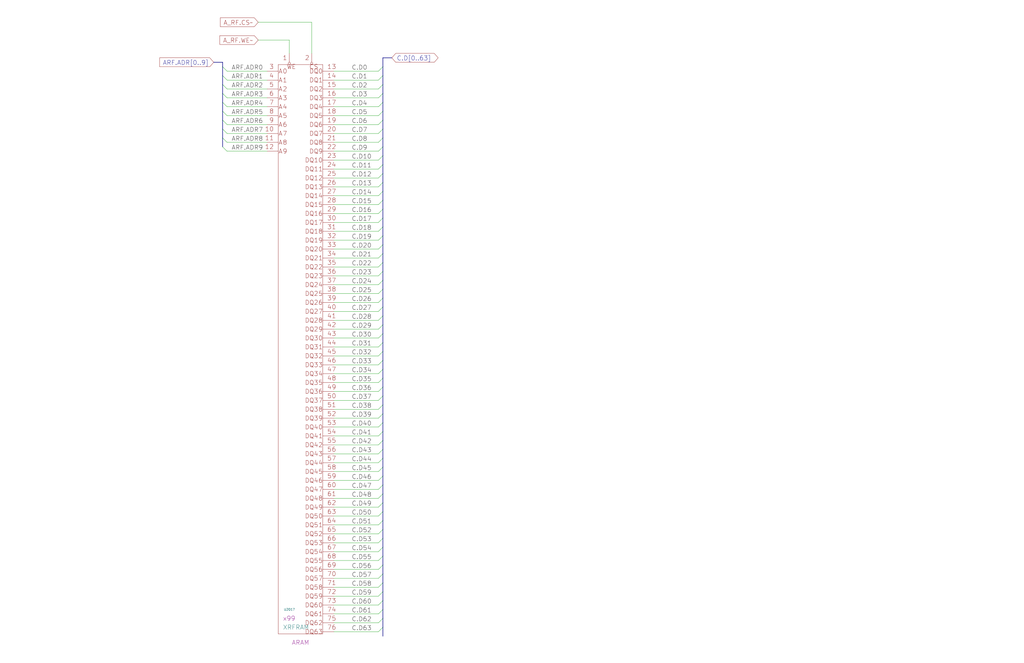
<source format=kicad_sch>
(kicad_sch (version 20211123) (generator eeschema)
  (paper "User" 584.2 378.46)
  (title_block (title "REGISTER FILE A\\nRAM ARRAY") (date "22-MAR-90") (rev "1.0") (comment 1 "VALUE") (comment 2 "232-003063") (comment 3 "S400") (comment 4 "RELEASED"))
  (lib_symbols
    (symbol "r1000:XRFRAM" (pin_numbers hide) (pin_names (offset 1.016) hide)
      (property "Reference" "U" (at 2.54 5.08 0))
      (property "Value" "XRFRAM" (at -1.27 -5.08 0))
      (property "Location" "___" (at -1.27 0 0))
      (property "Name" "______" (at 8.89 -15.24 0))
      (symbol "XRFRAM_1_1"
        (rectangle (start -3.81 316.23) (end 21.59 -8.89))
        (circle (center 2.54 316.865) (radius 0.635))
        (circle (center 15.24 316.865) (radius 0.635))
        (text "0" (at -7.62 279.4 0) (effects (font (size 2.54 2.54))))
        (text "0" (at 0 312.42 0) (effects (font (size 2.54 2.54))))
        (text "0" (at 20.32 7.62 0) (effects (font (size 2.54 2.54))))
        (text "0" (at 20.32 58.42 0) (effects (font (size 2.54 2.54))))
        (text "0" (at 20.32 109.22 0) (effects (font (size 2.54 2.54))))
        (text "0" (at 20.32 160.02 0) (effects (font (size 2.54 2.54))))
        (text "0" (at 20.32 210.82 0) (effects (font (size 2.54 2.54))))
        (text "0" (at 20.32 261.62 0) (effects (font (size 2.54 2.54))))
        (text "0" (at 20.32 312.42 0) (effects (font (size 2.54 2.54))))
        (text "0" (at 27.94 25.4 0) (effects (font (size 2.54 2.54))))
        (text "0" (at 27.94 76.2 0) (effects (font (size 2.54 2.54))))
        (text "0" (at 27.94 127 0) (effects (font (size 2.54 2.54))))
        (text "0" (at 27.94 177.8 0) (effects (font (size 2.54 2.54))))
        (text "0" (at 27.94 228.6 0) (effects (font (size 2.54 2.54))))
        (text "0" (at 27.94 279.4 0) (effects (font (size 2.54 2.54))))
        (text "1" (at -10.16 269.24 0) (effects (font (size 2.54 2.54))))
        (text "1" (at -10.16 274.32 0) (effects (font (size 2.54 2.54))))
        (text "1" (at -10.16 279.4 0) (effects (font (size 2.54 2.54))))
        (text "1" (at -7.62 274.32 0) (effects (font (size 2.54 2.54))))
        (text "1" (at 0 307.34 0) (effects (font (size 2.54 2.54))))
        (text "1" (at 0 320.04 0) (effects (font (size 2.54 2.54))))
        (text "1" (at 17.78 215.9 0) (effects (font (size 2.54 2.54))))
        (text "1" (at 17.78 220.98 0) (effects (font (size 2.54 2.54))))
        (text "1" (at 17.78 226.06 0) (effects (font (size 2.54 2.54))))
        (text "1" (at 17.78 231.14 0) (effects (font (size 2.54 2.54))))
        (text "1" (at 17.78 236.22 0) (effects (font (size 2.54 2.54))))
        (text "1" (at 17.78 241.3 0) (effects (font (size 2.54 2.54))))
        (text "1" (at 17.78 246.38 0) (effects (font (size 2.54 2.54))))
        (text "1" (at 17.78 251.46 0) (effects (font (size 2.54 2.54))))
        (text "1" (at 17.78 256.54 0) (effects (font (size 2.54 2.54))))
        (text "1" (at 17.78 261.62 0) (effects (font (size 2.54 2.54))))
        (text "1" (at 20.32 2.54 0) (effects (font (size 2.54 2.54))))
        (text "1" (at 20.32 53.34 0) (effects (font (size 2.54 2.54))))
        (text "1" (at 20.32 104.14 0) (effects (font (size 2.54 2.54))))
        (text "1" (at 20.32 154.94 0) (effects (font (size 2.54 2.54))))
        (text "1" (at 20.32 205.74 0) (effects (font (size 2.54 2.54))))
        (text "1" (at 20.32 256.54 0) (effects (font (size 2.54 2.54))))
        (text "1" (at 20.32 307.34 0) (effects (font (size 2.54 2.54))))
        (text "1" (at 25.4 284.48 0) (effects (font (size 2.54 2.54))))
        (text "1" (at 25.4 289.56 0) (effects (font (size 2.54 2.54))))
        (text "1" (at 25.4 294.64 0) (effects (font (size 2.54 2.54))))
        (text "1" (at 25.4 299.72 0) (effects (font (size 2.54 2.54))))
        (text "1" (at 25.4 304.8 0) (effects (font (size 2.54 2.54))))
        (text "1" (at 25.4 309.88 0) (effects (font (size 2.54 2.54))))
        (text "1" (at 25.4 314.96 0) (effects (font (size 2.54 2.54))))
        (text "1" (at 27.94 20.32 0) (effects (font (size 2.54 2.54))))
        (text "1" (at 27.94 71.12 0) (effects (font (size 2.54 2.54))))
        (text "1" (at 27.94 121.92 0) (effects (font (size 2.54 2.54))))
        (text "1" (at 27.94 172.72 0) (effects (font (size 2.54 2.54))))
        (text "1" (at 27.94 223.52 0) (effects (font (size 2.54 2.54))))
        (text "1" (at 27.94 274.32 0) (effects (font (size 2.54 2.54))))
        (text "2" (at -7.62 269.24 0) (effects (font (size 2.54 2.54))))
        (text "2" (at 0 302.26 0) (effects (font (size 2.54 2.54))))
        (text "2" (at 12.7 320.04 0) (effects (font (size 2.54 2.54))))
        (text "2" (at 17.78 165.1 0) (effects (font (size 2.54 2.54))))
        (text "2" (at 17.78 170.18 0) (effects (font (size 2.54 2.54))))
        (text "2" (at 17.78 175.26 0) (effects (font (size 2.54 2.54))))
        (text "2" (at 17.78 180.34 0) (effects (font (size 2.54 2.54))))
        (text "2" (at 17.78 185.42 0) (effects (font (size 2.54 2.54))))
        (text "2" (at 17.78 190.5 0) (effects (font (size 2.54 2.54))))
        (text "2" (at 17.78 195.58 0) (effects (font (size 2.54 2.54))))
        (text "2" (at 17.78 200.66 0) (effects (font (size 2.54 2.54))))
        (text "2" (at 17.78 205.74 0) (effects (font (size 2.54 2.54))))
        (text "2" (at 17.78 210.82 0) (effects (font (size 2.54 2.54))))
        (text "2" (at 20.32 -2.54 0) (effects (font (size 2.54 2.54))))
        (text "2" (at 20.32 48.26 0) (effects (font (size 2.54 2.54))))
        (text "2" (at 20.32 99.06 0) (effects (font (size 2.54 2.54))))
        (text "2" (at 20.32 149.86 0) (effects (font (size 2.54 2.54))))
        (text "2" (at 20.32 200.66 0) (effects (font (size 2.54 2.54))))
        (text "2" (at 20.32 251.46 0) (effects (font (size 2.54 2.54))))
        (text "2" (at 20.32 302.26 0) (effects (font (size 2.54 2.54))))
        (text "2" (at 25.4 233.68 0) (effects (font (size 2.54 2.54))))
        (text "2" (at 25.4 238.76 0) (effects (font (size 2.54 2.54))))
        (text "2" (at 25.4 243.84 0) (effects (font (size 2.54 2.54))))
        (text "2" (at 25.4 248.92 0) (effects (font (size 2.54 2.54))))
        (text "2" (at 25.4 254 0) (effects (font (size 2.54 2.54))))
        (text "2" (at 25.4 259.08 0) (effects (font (size 2.54 2.54))))
        (text "2" (at 25.4 264.16 0) (effects (font (size 2.54 2.54))))
        (text "2" (at 25.4 269.24 0) (effects (font (size 2.54 2.54))))
        (text "2" (at 25.4 274.32 0) (effects (font (size 2.54 2.54))))
        (text "2" (at 25.4 279.4 0) (effects (font (size 2.54 2.54))))
        (text "2" (at 27.94 15.24 0) (effects (font (size 2.54 2.54))))
        (text "2" (at 27.94 66.04 0) (effects (font (size 2.54 2.54))))
        (text "2" (at 27.94 116.84 0) (effects (font (size 2.54 2.54))))
        (text "2" (at 27.94 167.64 0) (effects (font (size 2.54 2.54))))
        (text "2" (at 27.94 218.44 0) (effects (font (size 2.54 2.54))))
        (text "2" (at 27.94 269.24 0) (effects (font (size 2.54 2.54))))
        (text "3" (at -7.62 314.96 0) (effects (font (size 2.54 2.54))))
        (text "3" (at 0 297.18 0) (effects (font (size 2.54 2.54))))
        (text "3" (at 17.78 114.3 0) (effects (font (size 2.54 2.54))))
        (text "3" (at 17.78 119.38 0) (effects (font (size 2.54 2.54))))
        (text "3" (at 17.78 124.46 0) (effects (font (size 2.54 2.54))))
        (text "3" (at 17.78 129.54 0) (effects (font (size 2.54 2.54))))
        (text "3" (at 17.78 134.62 0) (effects (font (size 2.54 2.54))))
        (text "3" (at 17.78 139.7 0) (effects (font (size 2.54 2.54))))
        (text "3" (at 17.78 144.78 0) (effects (font (size 2.54 2.54))))
        (text "3" (at 17.78 149.86 0) (effects (font (size 2.54 2.54))))
        (text "3" (at 17.78 154.94 0) (effects (font (size 2.54 2.54))))
        (text "3" (at 17.78 160.02 0) (effects (font (size 2.54 2.54))))
        (text "3" (at 20.32 -7.62 0) (effects (font (size 2.54 2.54))))
        (text "3" (at 20.32 43.18 0) (effects (font (size 2.54 2.54))))
        (text "3" (at 20.32 93.98 0) (effects (font (size 2.54 2.54))))
        (text "3" (at 20.32 144.78 0) (effects (font (size 2.54 2.54))))
        (text "3" (at 20.32 195.58 0) (effects (font (size 2.54 2.54))))
        (text "3" (at 20.32 246.38 0) (effects (font (size 2.54 2.54))))
        (text "3" (at 20.32 297.18 0) (effects (font (size 2.54 2.54))))
        (text "3" (at 25.4 182.88 0) (effects (font (size 2.54 2.54))))
        (text "3" (at 25.4 187.96 0) (effects (font (size 2.54 2.54))))
        (text "3" (at 25.4 193.04 0) (effects (font (size 2.54 2.54))))
        (text "3" (at 25.4 198.12 0) (effects (font (size 2.54 2.54))))
        (text "3" (at 25.4 203.2 0) (effects (font (size 2.54 2.54))))
        (text "3" (at 25.4 208.28 0) (effects (font (size 2.54 2.54))))
        (text "3" (at 25.4 213.36 0) (effects (font (size 2.54 2.54))))
        (text "3" (at 25.4 218.44 0) (effects (font (size 2.54 2.54))))
        (text "3" (at 25.4 223.52 0) (effects (font (size 2.54 2.54))))
        (text "3" (at 25.4 228.6 0) (effects (font (size 2.54 2.54))))
        (text "3" (at 27.94 10.16 0) (effects (font (size 2.54 2.54))))
        (text "3" (at 27.94 60.96 0) (effects (font (size 2.54 2.54))))
        (text "3" (at 27.94 111.76 0) (effects (font (size 2.54 2.54))))
        (text "3" (at 27.94 162.56 0) (effects (font (size 2.54 2.54))))
        (text "3" (at 27.94 213.36 0) (effects (font (size 2.54 2.54))))
        (text "3" (at 27.94 264.16 0) (effects (font (size 2.54 2.54))))
        (text "3" (at 27.94 314.96 0) (effects (font (size 2.54 2.54))))
        (text "4" (at -7.62 309.88 0) (effects (font (size 2.54 2.54))))
        (text "4" (at 0 292.1 0) (effects (font (size 2.54 2.54))))
        (text "4" (at 17.78 63.5 0) (effects (font (size 2.54 2.54))))
        (text "4" (at 17.78 68.58 0) (effects (font (size 2.54 2.54))))
        (text "4" (at 17.78 73.66 0) (effects (font (size 2.54 2.54))))
        (text "4" (at 17.78 78.74 0) (effects (font (size 2.54 2.54))))
        (text "4" (at 17.78 83.82 0) (effects (font (size 2.54 2.54))))
        (text "4" (at 17.78 88.9 0) (effects (font (size 2.54 2.54))))
        (text "4" (at 17.78 93.98 0) (effects (font (size 2.54 2.54))))
        (text "4" (at 17.78 99.06 0) (effects (font (size 2.54 2.54))))
        (text "4" (at 17.78 104.14 0) (effects (font (size 2.54 2.54))))
        (text "4" (at 17.78 109.22 0) (effects (font (size 2.54 2.54))))
        (text "4" (at 20.32 38.1 0) (effects (font (size 2.54 2.54))))
        (text "4" (at 20.32 88.9 0) (effects (font (size 2.54 2.54))))
        (text "4" (at 20.32 139.7 0) (effects (font (size 2.54 2.54))))
        (text "4" (at 20.32 190.5 0) (effects (font (size 2.54 2.54))))
        (text "4" (at 20.32 241.3 0) (effects (font (size 2.54 2.54))))
        (text "4" (at 20.32 292.1 0) (effects (font (size 2.54 2.54))))
        (text "4" (at 25.4 132.08 0) (effects (font (size 2.54 2.54))))
        (text "4" (at 25.4 137.16 0) (effects (font (size 2.54 2.54))))
        (text "4" (at 25.4 142.24 0) (effects (font (size 2.54 2.54))))
        (text "4" (at 25.4 147.32 0) (effects (font (size 2.54 2.54))))
        (text "4" (at 25.4 152.4 0) (effects (font (size 2.54 2.54))))
        (text "4" (at 25.4 157.48 0) (effects (font (size 2.54 2.54))))
        (text "4" (at 25.4 162.56 0) (effects (font (size 2.54 2.54))))
        (text "4" (at 25.4 167.64 0) (effects (font (size 2.54 2.54))))
        (text "4" (at 25.4 172.72 0) (effects (font (size 2.54 2.54))))
        (text "4" (at 25.4 177.8 0) (effects (font (size 2.54 2.54))))
        (text "4" (at 27.94 5.08 0) (effects (font (size 2.54 2.54))))
        (text "4" (at 27.94 55.88 0) (effects (font (size 2.54 2.54))))
        (text "4" (at 27.94 106.68 0) (effects (font (size 2.54 2.54))))
        (text "4" (at 27.94 157.48 0) (effects (font (size 2.54 2.54))))
        (text "4" (at 27.94 208.28 0) (effects (font (size 2.54 2.54))))
        (text "4" (at 27.94 259.08 0) (effects (font (size 2.54 2.54))))
        (text "4" (at 27.94 309.88 0) (effects (font (size 2.54 2.54))))
        (text "5" (at -7.62 304.8 0) (effects (font (size 2.54 2.54))))
        (text "5" (at 0 287.02 0) (effects (font (size 2.54 2.54))))
        (text "5" (at 17.78 12.7 0) (effects (font (size 2.54 2.54))))
        (text "5" (at 17.78 17.78 0) (effects (font (size 2.54 2.54))))
        (text "5" (at 17.78 22.86 0) (effects (font (size 2.54 2.54))))
        (text "5" (at 17.78 27.94 0) (effects (font (size 2.54 2.54))))
        (text "5" (at 17.78 33.02 0) (effects (font (size 2.54 2.54))))
        (text "5" (at 17.78 38.1 0) (effects (font (size 2.54 2.54))))
        (text "5" (at 17.78 43.18 0) (effects (font (size 2.54 2.54))))
        (text "5" (at 17.78 48.26 0) (effects (font (size 2.54 2.54))))
        (text "5" (at 17.78 53.34 0) (effects (font (size 2.54 2.54))))
        (text "5" (at 17.78 58.42 0) (effects (font (size 2.54 2.54))))
        (text "5" (at 20.32 33.02 0) (effects (font (size 2.54 2.54))))
        (text "5" (at 20.32 83.82 0) (effects (font (size 2.54 2.54))))
        (text "5" (at 20.32 134.62 0) (effects (font (size 2.54 2.54))))
        (text "5" (at 20.32 185.42 0) (effects (font (size 2.54 2.54))))
        (text "5" (at 20.32 236.22 0) (effects (font (size 2.54 2.54))))
        (text "5" (at 20.32 287.02 0) (effects (font (size 2.54 2.54))))
        (text "5" (at 25.4 81.28 0) (effects (font (size 2.54 2.54))))
        (text "5" (at 25.4 86.36 0) (effects (font (size 2.54 2.54))))
        (text "5" (at 25.4 91.44 0) (effects (font (size 2.54 2.54))))
        (text "5" (at 25.4 96.52 0) (effects (font (size 2.54 2.54))))
        (text "5" (at 25.4 101.6 0) (effects (font (size 2.54 2.54))))
        (text "5" (at 25.4 106.68 0) (effects (font (size 2.54 2.54))))
        (text "5" (at 25.4 111.76 0) (effects (font (size 2.54 2.54))))
        (text "5" (at 25.4 116.84 0) (effects (font (size 2.54 2.54))))
        (text "5" (at 25.4 121.92 0) (effects (font (size 2.54 2.54))))
        (text "5" (at 25.4 127 0) (effects (font (size 2.54 2.54))))
        (text "5" (at 27.94 0 0) (effects (font (size 2.54 2.54))))
        (text "5" (at 27.94 50.8 0) (effects (font (size 2.54 2.54))))
        (text "5" (at 27.94 101.6 0) (effects (font (size 2.54 2.54))))
        (text "5" (at 27.94 152.4 0) (effects (font (size 2.54 2.54))))
        (text "5" (at 27.94 203.2 0) (effects (font (size 2.54 2.54))))
        (text "5" (at 27.94 254 0) (effects (font (size 2.54 2.54))))
        (text "5" (at 27.94 304.8 0) (effects (font (size 2.54 2.54))))
        (text "6" (at -7.62 299.72 0) (effects (font (size 2.54 2.54))))
        (text "6" (at 0 281.94 0) (effects (font (size 2.54 2.54))))
        (text "6" (at 17.78 -7.62 0) (effects (font (size 2.54 2.54))))
        (text "6" (at 17.78 -2.54 0) (effects (font (size 2.54 2.54))))
        (text "6" (at 17.78 2.54 0) (effects (font (size 2.54 2.54))))
        (text "6" (at 17.78 7.62 0) (effects (font (size 2.54 2.54))))
        (text "6" (at 20.32 27.94 0) (effects (font (size 2.54 2.54))))
        (text "6" (at 20.32 78.74 0) (effects (font (size 2.54 2.54))))
        (text "6" (at 20.32 129.54 0) (effects (font (size 2.54 2.54))))
        (text "6" (at 20.32 180.34 0) (effects (font (size 2.54 2.54))))
        (text "6" (at 20.32 231.14 0) (effects (font (size 2.54 2.54))))
        (text "6" (at 20.32 281.94 0) (effects (font (size 2.54 2.54))))
        (text "6" (at 25.4 30.48 0) (effects (font (size 2.54 2.54))))
        (text "6" (at 25.4 35.56 0) (effects (font (size 2.54 2.54))))
        (text "6" (at 25.4 40.64 0) (effects (font (size 2.54 2.54))))
        (text "6" (at 25.4 45.72 0) (effects (font (size 2.54 2.54))))
        (text "6" (at 25.4 50.8 0) (effects (font (size 2.54 2.54))))
        (text "6" (at 25.4 55.88 0) (effects (font (size 2.54 2.54))))
        (text "6" (at 25.4 60.96 0) (effects (font (size 2.54 2.54))))
        (text "6" (at 25.4 66.04 0) (effects (font (size 2.54 2.54))))
        (text "6" (at 25.4 71.12 0) (effects (font (size 2.54 2.54))))
        (text "6" (at 25.4 76.2 0) (effects (font (size 2.54 2.54))))
        (text "6" (at 27.94 -5.08 0) (effects (font (size 2.54 2.54))))
        (text "6" (at 27.94 45.72 0) (effects (font (size 2.54 2.54))))
        (text "6" (at 27.94 96.52 0) (effects (font (size 2.54 2.54))))
        (text "6" (at 27.94 147.32 0) (effects (font (size 2.54 2.54))))
        (text "6" (at 27.94 198.12 0) (effects (font (size 2.54 2.54))))
        (text "6" (at 27.94 248.92 0) (effects (font (size 2.54 2.54))))
        (text "6" (at 27.94 299.72 0) (effects (font (size 2.54 2.54))))
        (text "7" (at -7.62 294.64 0) (effects (font (size 2.54 2.54))))
        (text "7" (at 0 276.86 0) (effects (font (size 2.54 2.54))))
        (text "7" (at 20.32 22.86 0) (effects (font (size 2.54 2.54))))
        (text "7" (at 20.32 73.66 0) (effects (font (size 2.54 2.54))))
        (text "7" (at 20.32 124.46 0) (effects (font (size 2.54 2.54))))
        (text "7" (at 20.32 175.26 0) (effects (font (size 2.54 2.54))))
        (text "7" (at 20.32 226.06 0) (effects (font (size 2.54 2.54))))
        (text "7" (at 20.32 276.86 0) (effects (font (size 2.54 2.54))))
        (text "7" (at 25.4 -5.08 0) (effects (font (size 2.54 2.54))))
        (text "7" (at 25.4 0 0) (effects (font (size 2.54 2.54))))
        (text "7" (at 25.4 5.08 0) (effects (font (size 2.54 2.54))))
        (text "7" (at 25.4 10.16 0) (effects (font (size 2.54 2.54))))
        (text "7" (at 25.4 15.24 0) (effects (font (size 2.54 2.54))))
        (text "7" (at 25.4 20.32 0) (effects (font (size 2.54 2.54))))
        (text "7" (at 25.4 25.4 0) (effects (font (size 2.54 2.54))))
        (text "7" (at 27.94 40.64 0) (effects (font (size 2.54 2.54))))
        (text "7" (at 27.94 91.44 0) (effects (font (size 2.54 2.54))))
        (text "7" (at 27.94 142.24 0) (effects (font (size 2.54 2.54))))
        (text "7" (at 27.94 193.04 0) (effects (font (size 2.54 2.54))))
        (text "7" (at 27.94 243.84 0) (effects (font (size 2.54 2.54))))
        (text "7" (at 27.94 294.64 0) (effects (font (size 2.54 2.54))))
        (text "8" (at -7.62 289.56 0) (effects (font (size 2.54 2.54))))
        (text "8" (at 0 271.78 0) (effects (font (size 2.54 2.54))))
        (text "8" (at 20.32 17.78 0) (effects (font (size 2.54 2.54))))
        (text "8" (at 20.32 68.58 0) (effects (font (size 2.54 2.54))))
        (text "8" (at 20.32 119.38 0) (effects (font (size 2.54 2.54))))
        (text "8" (at 20.32 170.18 0) (effects (font (size 2.54 2.54))))
        (text "8" (at 20.32 220.98 0) (effects (font (size 2.54 2.54))))
        (text "8" (at 20.32 271.78 0) (effects (font (size 2.54 2.54))))
        (text "8" (at 27.94 35.56 0) (effects (font (size 2.54 2.54))))
        (text "8" (at 27.94 86.36 0) (effects (font (size 2.54 2.54))))
        (text "8" (at 27.94 137.16 0) (effects (font (size 2.54 2.54))))
        (text "8" (at 27.94 187.96 0) (effects (font (size 2.54 2.54))))
        (text "8" (at 27.94 238.76 0) (effects (font (size 2.54 2.54))))
        (text "8" (at 27.94 289.56 0) (effects (font (size 2.54 2.54))))
        (text "9" (at -7.62 284.48 0) (effects (font (size 2.54 2.54))))
        (text "9" (at 0 266.7 0) (effects (font (size 2.54 2.54))))
        (text "9" (at 20.32 12.7 0) (effects (font (size 2.54 2.54))))
        (text "9" (at 20.32 63.5 0) (effects (font (size 2.54 2.54))))
        (text "9" (at 20.32 114.3 0) (effects (font (size 2.54 2.54))))
        (text "9" (at 20.32 165.1 0) (effects (font (size 2.54 2.54))))
        (text "9" (at 20.32 215.9 0) (effects (font (size 2.54 2.54))))
        (text "9" (at 20.32 266.7 0) (effects (font (size 2.54 2.54))))
        (text "9" (at 27.94 30.48 0) (effects (font (size 2.54 2.54))))
        (text "9" (at 27.94 81.28 0) (effects (font (size 2.54 2.54))))
        (text "9" (at 27.94 132.08 0) (effects (font (size 2.54 2.54))))
        (text "9" (at 27.94 182.88 0) (effects (font (size 2.54 2.54))))
        (text "9" (at 27.94 233.68 0) (effects (font (size 2.54 2.54))))
        (text "9" (at 27.94 284.48 0) (effects (font (size 2.54 2.54))))
        (text "A" (at -2.54 266.7 0) (effects (font (size 2.54 2.54))))
        (text "A" (at -2.54 271.78 0) (effects (font (size 2.54 2.54))))
        (text "A" (at -2.54 276.86 0) (effects (font (size 2.54 2.54))))
        (text "A" (at -2.54 281.94 0) (effects (font (size 2.54 2.54))))
        (text "A" (at -2.54 287.02 0) (effects (font (size 2.54 2.54))))
        (text "A" (at -2.54 292.1 0) (effects (font (size 2.54 2.54))))
        (text "A" (at -2.54 297.18 0) (effects (font (size 2.54 2.54))))
        (text "A" (at -2.54 302.26 0) (effects (font (size 2.54 2.54))))
        (text "A" (at -2.54 307.34 0) (effects (font (size 2.54 2.54))))
        (text "A" (at -2.54 312.42 0) (effects (font (size 2.54 2.54))))
        (text "C" (at 15.24 314.96 0) (effects (font (size 2.54 2.54))))
        (text "D" (at 12.7 -7.62 0) (effects (font (size 2.54 2.54))))
        (text "D" (at 12.7 -2.54 0) (effects (font (size 2.54 2.54))))
        (text "D" (at 12.7 2.54 0) (effects (font (size 2.54 2.54))))
        (text "D" (at 12.7 7.62 0) (effects (font (size 2.54 2.54))))
        (text "D" (at 12.7 12.7 0) (effects (font (size 2.54 2.54))))
        (text "D" (at 12.7 17.78 0) (effects (font (size 2.54 2.54))))
        (text "D" (at 12.7 22.86 0) (effects (font (size 2.54 2.54))))
        (text "D" (at 12.7 27.94 0) (effects (font (size 2.54 2.54))))
        (text "D" (at 12.7 33.02 0) (effects (font (size 2.54 2.54))))
        (text "D" (at 12.7 38.1 0) (effects (font (size 2.54 2.54))))
        (text "D" (at 12.7 43.18 0) (effects (font (size 2.54 2.54))))
        (text "D" (at 12.7 48.26 0) (effects (font (size 2.54 2.54))))
        (text "D" (at 12.7 53.34 0) (effects (font (size 2.54 2.54))))
        (text "D" (at 12.7 58.42 0) (effects (font (size 2.54 2.54))))
        (text "D" (at 12.7 63.5 0) (effects (font (size 2.54 2.54))))
        (text "D" (at 12.7 68.58 0) (effects (font (size 2.54 2.54))))
        (text "D" (at 12.7 73.66 0) (effects (font (size 2.54 2.54))))
        (text "D" (at 12.7 78.74 0) (effects (font (size 2.54 2.54))))
        (text "D" (at 12.7 83.82 0) (effects (font (size 2.54 2.54))))
        (text "D" (at 12.7 88.9 0) (effects (font (size 2.54 2.54))))
        (text "D" (at 12.7 93.98 0) (effects (font (size 2.54 2.54))))
        (text "D" (at 12.7 99.06 0) (effects (font (size 2.54 2.54))))
        (text "D" (at 12.7 104.14 0) (effects (font (size 2.54 2.54))))
        (text "D" (at 12.7 109.22 0) (effects (font (size 2.54 2.54))))
        (text "D" (at 12.7 114.3 0) (effects (font (size 2.54 2.54))))
        (text "D" (at 12.7 119.38 0) (effects (font (size 2.54 2.54))))
        (text "D" (at 12.7 124.46 0) (effects (font (size 2.54 2.54))))
        (text "D" (at 12.7 129.54 0) (effects (font (size 2.54 2.54))))
        (text "D" (at 12.7 134.62 0) (effects (font (size 2.54 2.54))))
        (text "D" (at 12.7 139.7 0) (effects (font (size 2.54 2.54))))
        (text "D" (at 12.7 144.78 0) (effects (font (size 2.54 2.54))))
        (text "D" (at 12.7 149.86 0) (effects (font (size 2.54 2.54))))
        (text "D" (at 12.7 154.94 0) (effects (font (size 2.54 2.54))))
        (text "D" (at 12.7 160.02 0) (effects (font (size 2.54 2.54))))
        (text "D" (at 12.7 165.1 0) (effects (font (size 2.54 2.54))))
        (text "D" (at 12.7 170.18 0) (effects (font (size 2.54 2.54))))
        (text "D" (at 12.7 175.26 0) (effects (font (size 2.54 2.54))))
        (text "D" (at 12.7 180.34 0) (effects (font (size 2.54 2.54))))
        (text "D" (at 12.7 185.42 0) (effects (font (size 2.54 2.54))))
        (text "D" (at 12.7 190.5 0) (effects (font (size 2.54 2.54))))
        (text "D" (at 12.7 195.58 0) (effects (font (size 2.54 2.54))))
        (text "D" (at 12.7 200.66 0) (effects (font (size 2.54 2.54))))
        (text "D" (at 12.7 205.74 0) (effects (font (size 2.54 2.54))))
        (text "D" (at 12.7 210.82 0) (effects (font (size 2.54 2.54))))
        (text "D" (at 12.7 215.9 0) (effects (font (size 2.54 2.54))))
        (text "D" (at 12.7 220.98 0) (effects (font (size 2.54 2.54))))
        (text "D" (at 12.7 226.06 0) (effects (font (size 2.54 2.54))))
        (text "D" (at 12.7 231.14 0) (effects (font (size 2.54 2.54))))
        (text "D" (at 12.7 236.22 0) (effects (font (size 2.54 2.54))))
        (text "D" (at 12.7 241.3 0) (effects (font (size 2.54 2.54))))
        (text "D" (at 12.7 246.38 0) (effects (font (size 2.54 2.54))))
        (text "D" (at 12.7 251.46 0) (effects (font (size 2.54 2.54))))
        (text "D" (at 12.7 256.54 0) (effects (font (size 2.54 2.54))))
        (text "D" (at 12.7 261.62 0) (effects (font (size 2.54 2.54))))
        (text "D" (at 15.24 266.7 0) (effects (font (size 2.54 2.54))))
        (text "D" (at 15.24 271.78 0) (effects (font (size 2.54 2.54))))
        (text "D" (at 15.24 276.86 0) (effects (font (size 2.54 2.54))))
        (text "D" (at 15.24 281.94 0) (effects (font (size 2.54 2.54))))
        (text "D" (at 15.24 287.02 0) (effects (font (size 2.54 2.54))))
        (text "D" (at 15.24 292.1 0) (effects (font (size 2.54 2.54))))
        (text "D" (at 15.24 297.18 0) (effects (font (size 2.54 2.54))))
        (text "D" (at 15.24 302.26 0) (effects (font (size 2.54 2.54))))
        (text "D" (at 15.24 307.34 0) (effects (font (size 2.54 2.54))))
        (text "D" (at 15.24 312.42 0) (effects (font (size 2.54 2.54))))
        (text "E" (at 5.08 314.96 0) (effects (font (size 2.54 2.54))))
        (text "Q" (at 15.24 -7.62 0) (effects (font (size 2.54 2.54))))
        (text "Q" (at 15.24 -2.54 0) (effects (font (size 2.54 2.54))))
        (text "Q" (at 15.24 2.54 0) (effects (font (size 2.54 2.54))))
        (text "Q" (at 15.24 7.62 0) (effects (font (size 2.54 2.54))))
        (text "Q" (at 15.24 12.7 0) (effects (font (size 2.54 2.54))))
        (text "Q" (at 15.24 17.78 0) (effects (font (size 2.54 2.54))))
        (text "Q" (at 15.24 22.86 0) (effects (font (size 2.54 2.54))))
        (text "Q" (at 15.24 27.94 0) (effects (font (size 2.54 2.54))))
        (text "Q" (at 15.24 33.02 0) (effects (font (size 2.54 2.54))))
        (text "Q" (at 15.24 38.1 0) (effects (font (size 2.54 2.54))))
        (text "Q" (at 15.24 43.18 0) (effects (font (size 2.54 2.54))))
        (text "Q" (at 15.24 48.26 0) (effects (font (size 2.54 2.54))))
        (text "Q" (at 15.24 53.34 0) (effects (font (size 2.54 2.54))))
        (text "Q" (at 15.24 58.42 0) (effects (font (size 2.54 2.54))))
        (text "Q" (at 15.24 63.5 0) (effects (font (size 2.54 2.54))))
        (text "Q" (at 15.24 68.58 0) (effects (font (size 2.54 2.54))))
        (text "Q" (at 15.24 73.66 0) (effects (font (size 2.54 2.54))))
        (text "Q" (at 15.24 78.74 0) (effects (font (size 2.54 2.54))))
        (text "Q" (at 15.24 83.82 0) (effects (font (size 2.54 2.54))))
        (text "Q" (at 15.24 88.9 0) (effects (font (size 2.54 2.54))))
        (text "Q" (at 15.24 93.98 0) (effects (font (size 2.54 2.54))))
        (text "Q" (at 15.24 99.06 0) (effects (font (size 2.54 2.54))))
        (text "Q" (at 15.24 104.14 0) (effects (font (size 2.54 2.54))))
        (text "Q" (at 15.24 109.22 0) (effects (font (size 2.54 2.54))))
        (text "Q" (at 15.24 114.3 0) (effects (font (size 2.54 2.54))))
        (text "Q" (at 15.24 119.38 0) (effects (font (size 2.54 2.54))))
        (text "Q" (at 15.24 124.46 0) (effects (font (size 2.54 2.54))))
        (text "Q" (at 15.24 129.54 0) (effects (font (size 2.54 2.54))))
        (text "Q" (at 15.24 134.62 0) (effects (font (size 2.54 2.54))))
        (text "Q" (at 15.24 139.7 0) (effects (font (size 2.54 2.54))))
        (text "Q" (at 15.24 144.78 0) (effects (font (size 2.54 2.54))))
        (text "Q" (at 15.24 149.86 0) (effects (font (size 2.54 2.54))))
        (text "Q" (at 15.24 154.94 0) (effects (font (size 2.54 2.54))))
        (text "Q" (at 15.24 160.02 0) (effects (font (size 2.54 2.54))))
        (text "Q" (at 15.24 165.1 0) (effects (font (size 2.54 2.54))))
        (text "Q" (at 15.24 170.18 0) (effects (font (size 2.54 2.54))))
        (text "Q" (at 15.24 175.26 0) (effects (font (size 2.54 2.54))))
        (text "Q" (at 15.24 180.34 0) (effects (font (size 2.54 2.54))))
        (text "Q" (at 15.24 185.42 0) (effects (font (size 2.54 2.54))))
        (text "Q" (at 15.24 190.5 0) (effects (font (size 2.54 2.54))))
        (text "Q" (at 15.24 195.58 0) (effects (font (size 2.54 2.54))))
        (text "Q" (at 15.24 200.66 0) (effects (font (size 2.54 2.54))))
        (text "Q" (at 15.24 205.74 0) (effects (font (size 2.54 2.54))))
        (text "Q" (at 15.24 210.82 0) (effects (font (size 2.54 2.54))))
        (text "Q" (at 15.24 215.9 0) (effects (font (size 2.54 2.54))))
        (text "Q" (at 15.24 220.98 0) (effects (font (size 2.54 2.54))))
        (text "Q" (at 15.24 226.06 0) (effects (font (size 2.54 2.54))))
        (text "Q" (at 15.24 231.14 0) (effects (font (size 2.54 2.54))))
        (text "Q" (at 15.24 236.22 0) (effects (font (size 2.54 2.54))))
        (text "Q" (at 15.24 241.3 0) (effects (font (size 2.54 2.54))))
        (text "Q" (at 15.24 246.38 0) (effects (font (size 2.54 2.54))))
        (text "Q" (at 15.24 251.46 0) (effects (font (size 2.54 2.54))))
        (text "Q" (at 15.24 256.54 0) (effects (font (size 2.54 2.54))))
        (text "Q" (at 15.24 261.62 0) (effects (font (size 2.54 2.54))))
        (text "Q" (at 17.78 266.7 0) (effects (font (size 2.54 2.54))))
        (text "Q" (at 17.78 271.78 0) (effects (font (size 2.54 2.54))))
        (text "Q" (at 17.78 276.86 0) (effects (font (size 2.54 2.54))))
        (text "Q" (at 17.78 281.94 0) (effects (font (size 2.54 2.54))))
        (text "Q" (at 17.78 287.02 0) (effects (font (size 2.54 2.54))))
        (text "Q" (at 17.78 292.1 0) (effects (font (size 2.54 2.54))))
        (text "Q" (at 17.78 297.18 0) (effects (font (size 2.54 2.54))))
        (text "Q" (at 17.78 302.26 0) (effects (font (size 2.54 2.54))))
        (text "Q" (at 17.78 307.34 0) (effects (font (size 2.54 2.54))))
        (text "Q" (at 17.78 312.42 0) (effects (font (size 2.54 2.54))))
        (text "S" (at 17.78 314.96 0) (effects (font (size 2.54 2.54))))
        (text "W" (at 2.54 314.96 0) (effects (font (size 2.54 2.54))))
        (pin input line (at 2.54 322.58 270) (length 5.08) (name "WE_") (number "1"))
        (pin input line (at -10.16 276.86 0) (length 6.35) (name "A7") (number "10"))
        (pin input line (at -10.16 271.78 0) (length 6.35) (name "A8") (number "11"))
        (pin input line (at -10.16 266.7 0) (length 6.35) (name "A9") (number "12"))
        (pin tri_state line (at 27.94 312.42 180) (length 6.35) (name "DQ0") (number "13"))
        (pin tri_state line (at 27.94 307.34 180) (length 6.35) (name "DQ1") (number "14"))
        (pin tri_state line (at 27.94 302.26 180) (length 6.35) (name "DQ2") (number "15"))
        (pin tri_state line (at 27.94 297.18 180) (length 6.35) (name "DQ3") (number "16"))
        (pin tri_state line (at 27.94 292.1 180) (length 6.35) (name "DQ4") (number "17"))
        (pin tri_state line (at 27.94 287.02 180) (length 6.35) (name "DQ5") (number "18"))
        (pin tri_state line (at 27.94 281.94 180) (length 6.35) (name "DQ6") (number "19"))
        (pin input line (at 15.24 322.58 270) (length 5.08) (name "CS_") (number "2"))
        (pin tri_state line (at 27.94 276.86 180) (length 6.35) (name "DQ7") (number "20"))
        (pin tri_state line (at 27.94 271.78 180) (length 6.35) (name "DQ8") (number "21"))
        (pin tri_state line (at 27.94 266.7 180) (length 6.35) (name "DQ9") (number "22"))
        (pin tri_state line (at 27.94 261.62 180) (length 6.35) (name "DQ10") (number "23"))
        (pin tri_state line (at 27.94 256.54 180) (length 6.35) (name "DQ11") (number "24"))
        (pin tri_state line (at 27.94 251.46 180) (length 6.35) (name "DQ12") (number "25"))
        (pin tri_state line (at 27.94 246.38 180) (length 6.35) (name "DQ13") (number "26"))
        (pin tri_state line (at 27.94 241.3 180) (length 6.35) (name "DQ14") (number "27"))
        (pin tri_state line (at 27.94 236.22 180) (length 6.35) (name "DQ15") (number "28"))
        (pin tri_state line (at 27.94 231.14 180) (length 6.35) (name "DQ16") (number "29"))
        (pin input line (at -10.16 312.42 0) (length 6.35) (name "A0") (number "3"))
        (pin tri_state line (at 27.94 226.06 180) (length 6.35) (name "DQ17") (number "30"))
        (pin tri_state line (at 27.94 220.98 180) (length 6.35) (name "DQ18") (number "31"))
        (pin tri_state line (at 27.94 215.9 180) (length 6.35) (name "DQ19") (number "32"))
        (pin tri_state line (at 27.94 210.82 180) (length 6.35) (name "DQ20") (number "33"))
        (pin tri_state line (at 27.94 205.74 180) (length 6.35) (name "DQ21") (number "34"))
        (pin tri_state line (at 27.94 200.66 180) (length 6.35) (name "DQ22") (number "35"))
        (pin tri_state line (at 27.94 195.58 180) (length 6.35) (name "DQ23") (number "36"))
        (pin tri_state line (at 27.94 190.5 180) (length 6.35) (name "DQ24") (number "37"))
        (pin tri_state line (at 27.94 185.42 180) (length 6.35) (name "DQ25") (number "38"))
        (pin tri_state line (at 27.94 180.34 180) (length 6.35) (name "DQ26") (number "39"))
        (pin input line (at -10.16 307.34 0) (length 6.35) (name "A1") (number "4"))
        (pin tri_state line (at 27.94 175.26 180) (length 6.35) (name "DQ27") (number "40"))
        (pin tri_state line (at 27.94 170.18 180) (length 6.35) (name "DQ28") (number "41"))
        (pin tri_state line (at 27.94 165.1 180) (length 6.35) (name "DQ29") (number "42"))
        (pin tri_state line (at 27.94 160.02 180) (length 6.35) (name "DQ30") (number "43"))
        (pin tri_state line (at 27.94 154.94 180) (length 6.35) (name "DQ31") (number "44"))
        (pin tri_state line (at 27.94 149.86 180) (length 6.35) (name "DQ32") (number "45"))
        (pin tri_state line (at 27.94 144.78 180) (length 6.35) (name "DQ33") (number "46"))
        (pin tri_state line (at 27.94 139.7 180) (length 6.35) (name "DQ34") (number "47"))
        (pin tri_state line (at 27.94 134.62 180) (length 6.35) (name "DQ35") (number "48"))
        (pin tri_state line (at 27.94 129.54 180) (length 6.35) (name "DQ36") (number "49"))
        (pin input line (at -10.16 302.26 0) (length 6.35) (name "A2") (number "5"))
        (pin tri_state line (at 27.94 124.46 180) (length 6.35) (name "DQ37") (number "50"))
        (pin tri_state line (at 27.94 119.38 180) (length 6.35) (name "DQ38") (number "51"))
        (pin tri_state line (at 27.94 114.3 180) (length 6.35) (name "DQ39") (number "52"))
        (pin tri_state line (at 27.94 109.22 180) (length 6.35) (name "DQ40") (number "53"))
        (pin tri_state line (at 27.94 104.14 180) (length 6.35) (name "DQ41") (number "54"))
        (pin tri_state line (at 27.94 99.06 180) (length 6.35) (name "DQ42") (number "55"))
        (pin tri_state line (at 27.94 93.98 180) (length 6.35) (name "DQ43") (number "56"))
        (pin tri_state line (at 27.94 88.9 180) (length 6.35) (name "DQ44") (number "57"))
        (pin tri_state line (at 27.94 83.82 180) (length 6.35) (name "DQ45") (number "58"))
        (pin tri_state line (at 27.94 78.74 180) (length 6.35) (name "DQ46") (number "59"))
        (pin input line (at -10.16 297.18 0) (length 6.35) (name "A3") (number "6"))
        (pin tri_state line (at 27.94 73.66 180) (length 6.35) (name "DQ47") (number "60"))
        (pin tri_state line (at 27.94 68.58 180) (length 6.35) (name "DQ48") (number "61"))
        (pin tri_state line (at 27.94 63.5 180) (length 6.35) (name "DQ49") (number "62"))
        (pin tri_state line (at 27.94 58.42 180) (length 6.35) (name "DQ50") (number "63"))
        (pin tri_state line (at 27.94 53.34 180) (length 6.35) (name "DQ51") (number "64"))
        (pin tri_state line (at 27.94 48.26 180) (length 6.35) (name "DQ52") (number "65"))
        (pin tri_state line (at 27.94 43.18 180) (length 6.35) (name "DQ53") (number "66"))
        (pin tri_state line (at 27.94 38.1 180) (length 6.35) (name "DQ54") (number "67"))
        (pin tri_state line (at 27.94 33.02 180) (length 6.35) (name "DQ55") (number "68"))
        (pin tri_state line (at 27.94 27.94 180) (length 6.35) (name "DQ56") (number "69"))
        (pin input line (at -10.16 292.1 0) (length 6.35) (name "A4") (number "7"))
        (pin tri_state line (at 27.94 22.86 180) (length 6.35) (name "DQ57") (number "70"))
        (pin tri_state line (at 27.94 17.78 180) (length 6.35) (name "DQ58") (number "71"))
        (pin tri_state line (at 27.94 12.7 180) (length 6.35) (name "DQ59") (number "72"))
        (pin tri_state line (at 27.94 7.62 180) (length 6.35) (name "DQ60") (number "73"))
        (pin tri_state line (at 27.94 2.54 180) (length 6.35) (name "DQ61") (number "74"))
        (pin tri_state line (at 27.94 -2.54 180) (length 6.35) (name "DQ62") (number "75"))
        (pin tri_state line (at 27.94 -7.62 180) (length 6.35) (name "DQ63") (number "76"))
        (pin input line (at -10.16 287.02 0) (length 6.35) (name "A5") (number "8"))
        (pin input line (at -10.16 281.94 0) (length 6.35) (name "A6") (number "9"))
      )
    )
  )
  (bus_entry (at 218.44 337.82) (size -2.54 2.54))
  (bus_entry (at 218.44 210.82) (size -2.54 2.54))
  (bus_entry (at 218.44 297.18) (size -2.54 2.54))
  (bus_entry (at 218.44 327.66) (size -2.54 2.54))
  (bus_entry (at 127 78.74) (size 2.54 2.54))
  (bus_entry (at 218.44 231.14) (size -2.54 2.54))
  (bus_entry (at 218.44 160.02) (size -2.54 2.54))
  (bus_entry (at 218.44 246.38) (size -2.54 2.54))
  (bus_entry (at 218.44 190.5) (size -2.54 2.54))
  (bus_entry (at 218.44 73.66) (size -2.54 2.54))
  (bus_entry (at 218.44 93.98) (size -2.54 2.54))
  (bus_entry (at 218.44 312.42) (size -2.54 2.54))
  (bus_entry (at 127 73.66) (size 2.54 2.54))
  (bus_entry (at 127 83.82) (size 2.54 2.54))
  (bus_entry (at 218.44 170.18) (size -2.54 2.54))
  (bus_entry (at 127 63.5) (size 2.54 2.54))
  (bus_entry (at 127 68.58) (size 2.54 2.54))
  (bus_entry (at 127 58.42) (size 2.54 2.54))
  (bus_entry (at 218.44 342.9) (size -2.54 2.54))
  (bus_entry (at 218.44 226.06) (size -2.54 2.54))
  (bus_entry (at 218.44 144.78) (size -2.54 2.54))
  (bus_entry (at 127 48.26) (size 2.54 2.54))
  (bus_entry (at 218.44 88.9) (size -2.54 2.54))
  (bus_entry (at 218.44 241.3) (size -2.54 2.54))
  (bus_entry (at 218.44 358.14) (size -2.54 2.54))
  (bus_entry (at 218.44 154.94) (size -2.54 2.54))
  (bus_entry (at 218.44 175.26) (size -2.54 2.54))
  (bus_entry (at 218.44 180.34) (size -2.54 2.54))
  (bus_entry (at 218.44 53.34) (size -2.54 2.54))
  (bus_entry (at 218.44 43.18) (size -2.54 2.54))
  (bus_entry (at 218.44 287.02) (size -2.54 2.54))
  (bus_entry (at 218.44 322.58) (size -2.54 2.54))
  (bus_entry (at 218.44 68.58) (size -2.54 2.54))
  (bus_entry (at 218.44 317.5) (size -2.54 2.54))
  (bus_entry (at 218.44 200.66) (size -2.54 2.54))
  (bus_entry (at 218.44 215.9) (size -2.54 2.54))
  (bus_entry (at 218.44 302.26) (size -2.54 2.54))
  (bus_entry (at 218.44 256.54) (size -2.54 2.54))
  (bus_entry (at 218.44 114.3) (size -2.54 2.54))
  (bus_entry (at 218.44 134.62) (size -2.54 2.54))
  (bus_entry (at 218.44 271.78) (size -2.54 2.54))
  (bus_entry (at 218.44 165.1) (size -2.54 2.54))
  (bus_entry (at 127 53.34) (size 2.54 2.54))
  (bus_entry (at 218.44 83.82) (size -2.54 2.54))
  (bus_entry (at 218.44 205.74) (size -2.54 2.54))
  (bus_entry (at 218.44 236.22) (size -2.54 2.54))
  (bus_entry (at 218.44 266.7) (size -2.54 2.54))
  (bus_entry (at 218.44 78.74) (size -2.54 2.54))
  (bus_entry (at 218.44 261.62) (size -2.54 2.54))
  (bus_entry (at 218.44 347.98) (size -2.54 2.54))
  (bus_entry (at 218.44 48.26) (size -2.54 2.54))
  (bus_entry (at 218.44 195.58) (size -2.54 2.54))
  (bus_entry (at 218.44 185.42) (size -2.54 2.54))
  (bus_entry (at 218.44 38.1) (size -2.54 2.54))
  (bus_entry (at 127 43.18) (size 2.54 2.54))
  (bus_entry (at 218.44 129.54) (size -2.54 2.54))
  (bus_entry (at 218.44 281.94) (size -2.54 2.54))
  (bus_entry (at 218.44 109.22) (size -2.54 2.54))
  (bus_entry (at 218.44 104.14) (size -2.54 2.54))
  (bus_entry (at 218.44 276.86) (size -2.54 2.54))
  (bus_entry (at 218.44 292.1) (size -2.54 2.54))
  (bus_entry (at 218.44 124.46) (size -2.54 2.54))
  (bus_entry (at 218.44 139.7) (size -2.54 2.54))
  (bus_entry (at 127 38.1) (size 2.54 2.54))
  (bus_entry (at 218.44 332.74) (size -2.54 2.54))
  (bus_entry (at 218.44 353.06) (size -2.54 2.54))
  (bus_entry (at 218.44 119.38) (size -2.54 2.54))
  (bus_entry (at 218.44 149.86) (size -2.54 2.54))
  (bus_entry (at 218.44 220.98) (size -2.54 2.54))
  (bus_entry (at 218.44 63.5) (size -2.54 2.54))
  (bus_entry (at 218.44 251.46) (size -2.54 2.54))
  (bus_entry (at 218.44 99.06) (size -2.54 2.54))
  (bus_entry (at 218.44 307.34) (size -2.54 2.54))
  (bus_entry (at 218.44 58.42) (size -2.54 2.54))
  (bus (pts (xy 218.44 266.7) (xy 218.44 271.78)))
  (wire (pts (xy 190.5 304.8) (xy 215.9 304.8)))
  (wire (pts (xy 190.5 182.88) (xy 215.9 182.88)))
  (wire (pts (xy 190.5 167.64) (xy 215.9 167.64)))
  (bus (pts (xy 218.44 337.82) (xy 218.44 342.9)))
  (bus (pts (xy 218.44 312.42) (xy 218.44 317.5)))
  (bus (pts (xy 218.44 124.46) (xy 218.44 129.54)))
  (bus (pts (xy 218.44 200.66) (xy 218.44 205.74)))
  (bus (pts (xy 218.44 347.98) (xy 218.44 353.06)))
  (wire (pts (xy 190.5 208.28) (xy 215.9 208.28)))
  (wire (pts (xy 190.5 81.28) (xy 215.9 81.28)))
  (bus (pts (xy 218.44 231.14) (xy 218.44 236.22)))
  (wire (pts (xy 129.54 71.12) (xy 152.4 71.12)))
  (bus (pts (xy 218.44 175.26) (xy 218.44 180.34)))
  (wire (pts (xy 190.5 325.12) (xy 215.9 325.12)))
  (bus (pts (xy 218.44 78.74) (xy 218.44 83.82)))
  (bus (pts (xy 218.44 53.34) (xy 218.44 58.42)))
  (bus (pts (xy 218.44 149.86) (xy 218.44 154.94)))
  (wire (pts (xy 147.32 22.86) (xy 165.1 22.86)))
  (wire (pts (xy 190.5 121.92) (xy 215.9 121.92)))
  (bus (pts (xy 218.44 358.14) (xy 218.44 363.22)))
  (bus (pts (xy 218.44 307.34) (xy 218.44 312.42)))
  (bus (pts (xy 127 63.5) (xy 127 68.58)))
  (wire (pts (xy 190.5 152.4) (xy 215.9 152.4)))
  (bus (pts (xy 127 48.26) (xy 127 53.34)))
  (wire (pts (xy 190.5 355.6) (xy 215.9 355.6)))
  (wire (pts (xy 190.5 137.16) (xy 215.9 137.16)))
  (wire (pts (xy 190.5 45.72) (xy 215.9 45.72)))
  (bus (pts (xy 218.44 83.82) (xy 218.44 88.9)))
  (bus (pts (xy 218.44 195.58) (xy 218.44 200.66)))
  (wire (pts (xy 190.5 111.76) (xy 215.9 111.76)))
  (bus (pts (xy 218.44 226.06) (xy 218.44 231.14)))
  (bus (pts (xy 127 35.56) (xy 127 38.1)))
  (wire (pts (xy 190.5 86.36) (xy 215.9 86.36)))
  (bus (pts (xy 218.44 353.06) (xy 218.44 358.14)))
  (wire (pts (xy 190.5 162.56) (xy 215.9 162.56)))
  (wire (pts (xy 190.5 289.56) (xy 215.9 289.56)))
  (bus (pts (xy 218.44 58.42) (xy 218.44 63.5)))
  (wire (pts (xy 190.5 309.88) (xy 215.9 309.88)))
  (wire (pts (xy 129.54 66.04) (xy 152.4 66.04)))
  (wire (pts (xy 147.32 12.7) (xy 177.8 12.7)))
  (bus (pts (xy 218.44 63.5) (xy 218.44 68.58)))
  (wire (pts (xy 190.5 345.44) (xy 215.9 345.44)))
  (bus (pts (xy 218.44 327.66) (xy 218.44 332.74)))
  (wire (pts (xy 190.5 264.16) (xy 215.9 264.16)))
  (bus (pts (xy 218.44 297.18) (xy 218.44 302.26)))
  (wire (pts (xy 190.5 91.44) (xy 215.9 91.44)))
  (wire (pts (xy 190.5 284.48) (xy 215.9 284.48)))
  (bus (pts (xy 218.44 104.14) (xy 218.44 109.22)))
  (bus (pts (xy 223.52 33.02) (xy 218.44 33.02)))
  (bus (pts (xy 218.44 38.1) (xy 218.44 43.18)))
  (bus (pts (xy 218.44 33.02) (xy 218.44 38.1)))
  (wire (pts (xy 129.54 86.36) (xy 152.4 86.36)))
  (bus (pts (xy 218.44 48.26) (xy 218.44 53.34)))
  (wire (pts (xy 190.5 101.6) (xy 215.9 101.6)))
  (wire (pts (xy 190.5 350.52) (xy 215.9 350.52)))
  (bus (pts (xy 218.44 322.58) (xy 218.44 327.66)))
  (bus (pts (xy 218.44 205.74) (xy 218.44 210.82)))
  (wire (pts (xy 129.54 50.8) (xy 152.4 50.8)))
  (wire (pts (xy 190.5 254) (xy 215.9 254)))
  (wire (pts (xy 190.5 96.52) (xy 215.9 96.52)))
  (bus (pts (xy 218.44 276.86) (xy 218.44 281.94)))
  (wire (pts (xy 190.5 243.84) (xy 215.9 243.84)))
  (bus (pts (xy 218.44 317.5) (xy 218.44 322.58)))
  (wire (pts (xy 129.54 40.64) (xy 152.4 40.64)))
  (wire (pts (xy 190.5 299.72) (xy 215.9 299.72)))
  (wire (pts (xy 190.5 314.96) (xy 215.9 314.96)))
  (wire (pts (xy 190.5 40.64) (xy 215.9 40.64)))
  (bus (pts (xy 218.44 190.5) (xy 218.44 195.58)))
  (wire (pts (xy 190.5 106.68) (xy 215.9 106.68)))
  (bus (pts (xy 218.44 73.66) (xy 218.44 78.74)))
  (wire (pts (xy 190.5 360.68) (xy 215.9 360.68)))
  (wire (pts (xy 190.5 60.96) (xy 215.9 60.96)))
  (bus (pts (xy 218.44 215.9) (xy 218.44 220.98)))
  (wire (pts (xy 190.5 55.88) (xy 215.9 55.88)))
  (wire (pts (xy 165.1 22.86) (xy 165.1 30.48)))
  (wire (pts (xy 190.5 330.2) (xy 215.9 330.2)))
  (bus (pts (xy 218.44 251.46) (xy 218.44 256.54)))
  (wire (pts (xy 190.5 157.48) (xy 215.9 157.48)))
  (bus (pts (xy 218.44 241.3) (xy 218.44 246.38)))
  (wire (pts (xy 190.5 147.32) (xy 215.9 147.32)))
  (wire (pts (xy 190.5 233.68) (xy 215.9 233.68)))
  (wire (pts (xy 190.5 203.2) (xy 215.9 203.2)))
  (wire (pts (xy 129.54 76.2) (xy 152.4 76.2)))
  (wire (pts (xy 190.5 198.12) (xy 215.9 198.12)))
  (bus (pts (xy 127 38.1) (xy 127 43.18)))
  (bus (pts (xy 127 53.34) (xy 127 58.42)))
  (bus (pts (xy 218.44 88.9) (xy 218.44 93.98)))
  (wire (pts (xy 190.5 279.4) (xy 215.9 279.4)))
  (wire (pts (xy 190.5 228.6) (xy 215.9 228.6)))
  (wire (pts (xy 177.8 12.7) (xy 177.8 30.48)))
  (wire (pts (xy 190.5 193.04) (xy 215.9 193.04)))
  (bus (pts (xy 218.44 287.02) (xy 218.44 292.1)))
  (bus (pts (xy 218.44 165.1) (xy 218.44 170.18)))
  (bus (pts (xy 218.44 332.74) (xy 218.44 337.82)))
  (wire (pts (xy 190.5 320.04) (xy 215.9 320.04)))
  (bus (pts (xy 218.44 119.38) (xy 218.44 124.46)))
  (wire (pts (xy 129.54 55.88) (xy 152.4 55.88)))
  (bus (pts (xy 127 43.18) (xy 127 48.26)))
  (bus (pts (xy 218.44 210.82) (xy 218.44 215.9)))
  (bus (pts (xy 218.44 302.26) (xy 218.44 307.34)))
  (wire (pts (xy 190.5 177.8) (xy 215.9 177.8)))
  (bus (pts (xy 127 73.66) (xy 127 78.74)))
  (wire (pts (xy 190.5 259.08) (xy 215.9 259.08)))
  (wire (pts (xy 190.5 142.24) (xy 215.9 142.24)))
  (bus (pts (xy 127 58.42) (xy 127 63.5)))
  (wire (pts (xy 190.5 294.64) (xy 215.9 294.64)))
  (bus (pts (xy 218.44 185.42) (xy 218.44 190.5)))
  (wire (pts (xy 129.54 81.28) (xy 152.4 81.28)))
  (bus (pts (xy 218.44 160.02) (xy 218.44 165.1)))
  (bus (pts (xy 218.44 144.78) (xy 218.44 149.86)))
  (bus (pts (xy 127 78.74) (xy 127 83.82)))
  (wire (pts (xy 129.54 45.72) (xy 152.4 45.72)))
  (wire (pts (xy 190.5 127) (xy 215.9 127)))
  (bus (pts (xy 218.44 114.3) (xy 218.44 119.38)))
  (bus (pts (xy 218.44 43.18) (xy 218.44 48.26)))
  (wire (pts (xy 190.5 132.08) (xy 215.9 132.08)))
  (wire (pts (xy 190.5 187.96) (xy 215.9 187.96)))
  (bus (pts (xy 218.44 99.06) (xy 218.44 104.14)))
  (wire (pts (xy 190.5 116.84) (xy 215.9 116.84)))
  (wire (pts (xy 190.5 223.52) (xy 215.9 223.52)))
  (bus (pts (xy 218.44 180.34) (xy 218.44 185.42)))
  (bus (pts (xy 121.92 35.56) (xy 127 35.56)))
  (wire (pts (xy 190.5 269.24) (xy 215.9 269.24)))
  (wire (pts (xy 129.54 60.96) (xy 152.4 60.96)))
  (bus (pts (xy 218.44 109.22) (xy 218.44 114.3)))
  (bus (pts (xy 218.44 220.98) (xy 218.44 226.06)))
  (bus (pts (xy 218.44 129.54) (xy 218.44 134.62)))
  (bus (pts (xy 218.44 154.94) (xy 218.44 160.02)))
  (bus (pts (xy 218.44 271.78) (xy 218.44 276.86)))
  (bus (pts (xy 218.44 134.62) (xy 218.44 139.7)))
  (bus (pts (xy 218.44 292.1) (xy 218.44 297.18)))
  (wire (pts (xy 190.5 274.32) (xy 215.9 274.32)))
  (wire (pts (xy 190.5 66.04) (xy 215.9 66.04)))
  (wire (pts (xy 190.5 50.8) (xy 215.9 50.8)))
  (wire (pts (xy 190.5 76.2) (xy 215.9 76.2)))
  (wire (pts (xy 190.5 340.36) (xy 215.9 340.36)))
  (bus (pts (xy 218.44 261.62) (xy 218.44 266.7)))
  (wire (pts (xy 190.5 172.72) (xy 215.9 172.72)))
  (bus (pts (xy 218.44 93.98) (xy 218.44 99.06)))
  (bus (pts (xy 127 68.58) (xy 127 73.66)))
  (bus (pts (xy 218.44 170.18) (xy 218.44 175.26)))
  (wire (pts (xy 190.5 213.36) (xy 215.9 213.36)))
  (wire (pts (xy 190.5 238.76) (xy 215.9 238.76)))
  (bus (pts (xy 218.44 281.94) (xy 218.44 287.02)))
  (bus (pts (xy 218.44 342.9) (xy 218.44 347.98)))
  (bus (pts (xy 218.44 246.38) (xy 218.44 251.46)))
  (bus (pts (xy 218.44 68.58) (xy 218.44 73.66)))
  (bus (pts (xy 218.44 139.7) (xy 218.44 144.78)))
  (wire (pts (xy 190.5 71.12) (xy 215.9 71.12)))
  (wire (pts (xy 190.5 335.28) (xy 215.9 335.28)))
  (wire (pts (xy 190.5 218.44) (xy 215.9 218.44)))
  (bus (pts (xy 218.44 256.54) (xy 218.44 261.62)))
  (bus (pts (xy 218.44 236.22) (xy 218.44 241.3)))
  (wire (pts (xy 190.5 248.92) (xy 215.9 248.92)))
  (label "C.D56" (at 200.66 325.12 0) (effects (font (size 2.54 2.54))))
  (label "C.D27" (at 200.66 177.8 0) (effects (font (size 2.54 2.54))))
  (label "C.D45" (at 200.66 269.24 0) (effects (font (size 2.54 2.54))))
  (label "C.D8" (at 200.66 81.28 0) (effects (font (size 2.54 2.54))))
  (label "C.D43" (at 200.66 259.08 0) (effects (font (size 2.54 2.54))))
  (label "C.D20" (at 200.66 142.24 0) (effects (font (size 2.54 2.54))))
  (label "C.D31" (at 200.66 198.12 0) (effects (font (size 2.54 2.54))))
  (label "C.D16" (at 200.66 121.92 0) (effects (font (size 2.54 2.54))))
  (label "C.D26" (at 200.66 172.72 0) (effects (font (size 2.54 2.54))))
  (label "C.D63" (at 200.66 360.68 0) (effects (font (size 2.54 2.54))))
  (label "C.D38" (at 200.66 233.68 0) (effects (font (size 2.54 2.54))))
  (label "C.D10" (at 200.66 91.44 0) (effects (font (size 2.54 2.54))))
  (label "C.D30" (at 200.66 193.04 0) (effects (font (size 2.54 2.54))))
  (label "ARF.ADR3" (at 132.08 55.88 0) (effects (font (size 2.54 2.54))))
  (label "C.D48" (at 200.66 284.48 0) (effects (font (size 2.54 2.54))))
  (label "ARF.ADR1" (at 132.08 45.72 0) (effects (font (size 2.54 2.54))))
  (label "C.D29" (at 200.66 187.96 0) (effects (font (size 2.54 2.54))))
  (label "C.D33" (at 200.66 208.28 0) (effects (font (size 2.54 2.54))))
  (label "C.D7" (at 200.66 76.2 0) (effects (font (size 2.54 2.54))))
  (label "C.D19" (at 200.66 137.16 0) (effects (font (size 2.54 2.54))))
  (label "ARF.ADR5" (at 132.08 66.04 0) (effects (font (size 2.54 2.54))))
  (label "C.D52" (at 200.66 304.8 0) (effects (font (size 2.54 2.54))))
  (label "C.D57" (at 200.66 330.2 0) (effects (font (size 2.54 2.54))))
  (label "C.D25" (at 200.66 167.64 0) (effects (font (size 2.54 2.54))))
  (label "C.D17" (at 200.66 127 0) (effects (font (size 2.54 2.54))))
  (label "C.D1" (at 200.66 45.72 0) (effects (font (size 2.54 2.54))))
  (label "C.D2" (at 200.66 50.8 0) (effects (font (size 2.54 2.54))))
  (label "C.D59" (at 200.66 340.36 0) (effects (font (size 2.54 2.54))))
  (label "C.D24" (at 200.66 162.56 0) (effects (font (size 2.54 2.54))))
  (label "C.D35" (at 200.66 218.44 0) (effects (font (size 2.54 2.54))))
  (label "C.D36" (at 200.66 223.52 0) (effects (font (size 2.54 2.54))))
  (label "C.D41" (at 200.66 248.92 0) (effects (font (size 2.54 2.54))))
  (label "C.D0" (at 200.66 40.64 0) (effects (font (size 2.54 2.54))))
  (label "C.D62" (at 200.66 355.6 0) (effects (font (size 2.54 2.54))))
  (label "C.D12" (at 200.66 101.6 0) (effects (font (size 2.54 2.54))))
  (label "C.D28" (at 200.66 182.88 0) (effects (font (size 2.54 2.54))))
  (label "C.D55" (at 200.66 320.04 0) (effects (font (size 2.54 2.54))))
  (label "ARF.ADR4" (at 132.08 60.96 0) (effects (font (size 2.54 2.54))))
  (label "C.D42" (at 200.66 254 0) (effects (font (size 2.54 2.54))))
  (label "C.D34" (at 200.66 213.36 0) (effects (font (size 2.54 2.54))))
  (label "C.D50" (at 200.66 294.64 0) (effects (font (size 2.54 2.54))))
  (label "C.D14" (at 200.66 111.76 0) (effects (font (size 2.54 2.54))))
  (label "ARF.ADR8" (at 132.08 81.28 0) (effects (font (size 2.54 2.54))))
  (label "C.D22" (at 200.66 152.4 0) (effects (font (size 2.54 2.54))))
  (label "ARF.ADR0" (at 132.08 40.64 0) (effects (font (size 2.54 2.54))))
  (label "C.D46" (at 200.66 274.32 0) (effects (font (size 2.54 2.54))))
  (label "C.D61" (at 200.66 350.52 0) (effects (font (size 2.54 2.54))))
  (label "C.D15" (at 200.66 116.84 0) (effects (font (size 2.54 2.54))))
  (label "C.D39" (at 200.66 238.76 0) (effects (font (size 2.54 2.54))))
  (label "C.D37" (at 200.66 228.6 0) (effects (font (size 2.54 2.54))))
  (label "C.D40" (at 200.66 243.84 0) (effects (font (size 2.54 2.54))))
  (label "C.D49" (at 200.66 289.56 0) (effects (font (size 2.54 2.54))))
  (label "C.D60" (at 200.66 345.44 0) (effects (font (size 2.54 2.54))))
  (label "C.D51" (at 200.66 299.72 0) (effects (font (size 2.54 2.54))))
  (label "C.D18" (at 200.66 132.08 0) (effects (font (size 2.54 2.54))))
  (label "ARF.ADR6" (at 132.08 71.12 0) (effects (font (size 2.54 2.54))))
  (label "C.D6" (at 200.66 71.12 0) (effects (font (size 2.54 2.54))))
  (label "C.D21" (at 200.66 147.32 0) (effects (font (size 2.54 2.54))))
  (label "ARF.ADR9" (at 132.08 86.36 0) (effects (font (size 2.54 2.54))))
  (label "C.D58" (at 200.66 335.28 0) (effects (font (size 2.54 2.54))))
  (label "C.D54" (at 200.66 314.96 0) (effects (font (size 2.54 2.54))))
  (label "C.D4" (at 200.66 60.96 0) (effects (font (size 2.54 2.54))))
  (label "C.D5" (at 200.66 66.04 0) (effects (font (size 2.54 2.54))))
  (label "C.D23" (at 200.66 157.48 0) (effects (font (size 2.54 2.54))))
  (label "C.D13" (at 200.66 106.68 0) (effects (font (size 2.54 2.54))))
  (label "C.D3" (at 200.66 55.88 0) (effects (font (size 2.54 2.54))))
  (label "C.D11" (at 200.66 96.52 0) (effects (font (size 2.54 2.54))))
  (label "ARF.ADR2" (at 132.08 50.8 0) (effects (font (size 2.54 2.54))))
  (label "C.D9" (at 200.66 86.36 0) (effects (font (size 2.54 2.54))))
  (label "C.D47" (at 200.66 279.4 0) (effects (font (size 2.54 2.54))))
  (label "C.D32" (at 200.66 203.2 0) (effects (font (size 2.54 2.54))))
  (label "ARF.ADR7" (at 132.08 76.2 0) (effects (font (size 2.54 2.54))))
  (label "C.D44" (at 200.66 264.16 0) (effects (font (size 2.54 2.54))))
  (label "C.D53" (at 200.66 309.88 0) (effects (font (size 2.54 2.54))))
  (global_label "A_RF.CS~" (shape input) (at 147.32 12.7 180) (effects (font (size 2.54 2.54))) (property "Intersheet References" "${INTERSHEET_REFS}" (at 125.6816 12.5413 0) (effects (font (size 2.54 2.54)) (justify right))))
  (global_label "ARF.ADR[0..9]" (shape input) (at 121.92 35.56 180) (effects (font (size 2.54 2.54))) (property "Intersheet References" "${INTERSHEET_REFS}" (at 91.0892 35.4013 0) (effects (font (size 2.54 2.54)) (justify right))))
  (global_label "C.D[0..63]" (shape bidirectional) (at 223.52 33.02 0) (effects (font (size 2.54 2.54))) (property "Intersheet References" "${INTERSHEET_REFS}" (at 247.6984 32.8613 0) (effects (font (size 2.54 2.54)) (justify left))))
  (global_label "A_RF.WE~" (shape input) (at 147.32 22.86 180) (effects (font (size 2.54 2.54))) (property "Intersheet References" "${INTERSHEET_REFS}" (at 125.4397 22.7013 0) (effects (font (size 2.54 2.54)) (justify right))))
  (symbol (lib_id "r1000:XRFRAM") (at 162.56 353.06 0) (unit 1)
    (property "Reference" "U2017" (at 165.1 347.98 0))
    (property "Value" "XRFRAM" (at 161.29 358.14 0) (effects (font (size 2.54 2.54)) (justify left)))
    (property "Location" "x99" (at 161.29 353.06 0) (effects (font (size 2.54 2.54)) (justify left)))
    (property "Name" "ARAM" (at 171.45 368.3 0) (effects (font (size 2.54 2.54)) (justify bottom)))
  )
)
</source>
